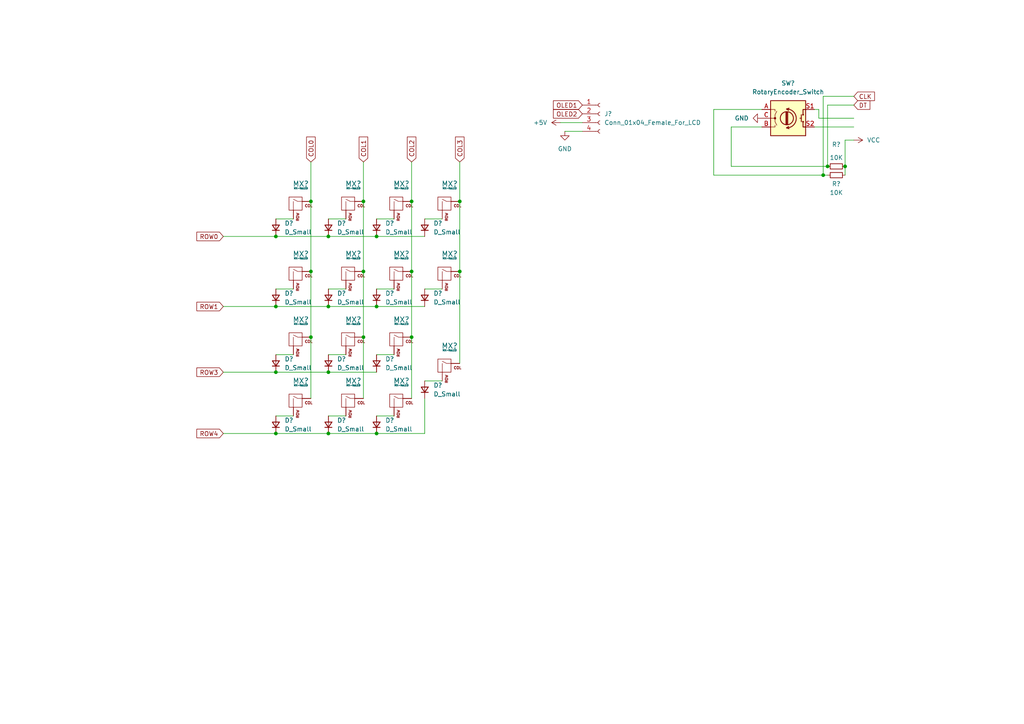
<source format=kicad_sch>
(kicad_sch (version 20211123) (generator eeschema)
  (paper "A4")
  (title_block (title "Swithc Layout With LCD & Pot V3") (rev "Rev 3") (company "MIT Liscence"))
  (lib_symbols
    (symbol "Connector:Conn_01x04_Female" (pin_names (offset 1.016) hide)
      (property "Reference" "J" (at 0 5.08 0))
      (property "Value" "Conn_01x04_Female" (at 0 -7.62 0))
      (symbol "Conn_01x04_Female_1_1"
        (arc (start 0 -4.572) (mid -0.508 -5.08) (end 0 -5.588) (stroke (width 0.1524)))
        (arc (start 0 -2.032) (mid -0.508 -2.54) (end 0 -3.048) (stroke (width 0.1524)))
        (polyline (pts (xy -1.27 -5.08) (xy -0.508 -5.08)) (stroke (width 0.1524)))
        (polyline (pts (xy -1.27 -2.54) (xy -0.508 -2.54)) (stroke (width 0.1524)))
        (polyline (pts (xy -1.27 0) (xy -0.508 0)) (stroke (width 0.1524)))
        (polyline (pts (xy -1.27 2.54) (xy -0.508 2.54)) (stroke (width 0.1524)))
        (arc (start 0 0.508) (mid -0.508 0) (end 0 -0.508) (stroke (width 0.1524)))
        (arc (start 0 3.048) (mid -0.508 2.54) (end 0 2.032) (stroke (width 0.1524)))
        (pin passive line (at -5.08 2.54 0) (length 3.81) (name "Pin_1") (number "1"))
        (pin passive line (at -5.08 0 0) (length 3.81) (name "Pin_2") (number "2"))
        (pin passive line (at -5.08 -2.54 0) (length 3.81) (name "Pin_3") (number "3"))
        (pin passive line (at -5.08 -5.08 0) (length 3.81) (name "Pin_4") (number "4"))
      )
    )
    (symbol "Device:D_Small" (pin_numbers hide) (pin_names (offset 0.254) hide)
      (property "Reference" "D" (at -1.27 2.032 0))
      (property "Value" "D_Small" (at -3.81 -2.032 0))
      (symbol "D_Small_0_1"
        (polyline (pts (xy -0.762 -1.016) (xy -0.762 1.016)) (stroke (width 0.254)))
        (polyline (pts (xy -0.762 0) (xy 0.762 0)))
        (polyline (pts (xy 0.762 -1.016) (xy -0.762 0) (xy 0.762 1.016) (xy 0.762 -1.016)) (stroke (width 0.254)))
      )
      (symbol "D_Small_1_1"
        (pin passive line (at -2.54 0 0) (length 1.778) (name "K") (number "1"))
        (pin passive line (at 2.54 0 180) (length 1.778) (name "A") (number "2"))
      )
    )
    (symbol "Device:R_Small" (pin_numbers hide) (pin_names (offset 0.254) hide)
      (property "Reference" "R" (at 0.762 0.508 0))
      (property "Value" "R_Small" (at 0.762 -1.016 0))
      (symbol "R_Small_0_1"
        (rectangle (start -0.762 1.778) (end 0.762 -1.778) (stroke (width 0.2032)))
      )
      (symbol "R_Small_1_1"
        (pin passive line (at 0 2.54 270) (length 0.762) (name "~") (number "1"))
        (pin passive line (at 0 -2.54 90) (length 0.762) (name "~") (number "2"))
      )
    )
    (symbol "Device:RotaryEncoder_Switch" (pin_names (offset 0.254) hide)
      (property "Reference" "SW" (at 0 6.604 0))
      (property "Value" "RotaryEncoder_Switch" (at 0 -6.604 0))
      (symbol "RotaryEncoder_Switch_0_1"
        (rectangle (start -5.08 5.08) (end 5.08 -5.08) (stroke (width 0.254)) (fill (type background)))
        (circle (center -3.81 0) (radius 0.254) (fill (type outline)))
        (arc (start -0.381 -2.794) (mid 2.3622 -0.0508) (end -0.381 2.667) (stroke (width 0.254)))
        (circle (center -0.381 0) (radius 1.905) (stroke (width 0.254)))
        (polyline (pts (xy -0.635 -1.778) (xy -0.635 1.778)) (stroke (width 0.254)))
        (polyline (pts (xy -0.381 -1.778) (xy -0.381 1.778)) (stroke (width 0.254)))
        (polyline (pts (xy -0.127 1.778) (xy -0.127 -1.778)) (stroke (width 0.254)))
        (polyline (pts (xy 3.81 0) (xy 3.429 0)) (stroke (width 0.254)))
        (polyline (pts (xy 3.81 1.016) (xy 3.81 -1.016)) (stroke (width 0.254)))
        (polyline (pts (xy -5.08 -2.54) (xy -3.81 -2.54) (xy -3.81 -2.032)))
        (polyline (pts (xy -5.08 2.54) (xy -3.81 2.54) (xy -3.81 2.032)))
        (polyline (pts (xy 0.254 -3.048) (xy -0.508 -2.794) (xy 0.127 -2.413)) (stroke (width 0.254)))
        (polyline (pts (xy 0.254 2.921) (xy -0.508 2.667) (xy 0.127 2.286)) (stroke (width 0.254)))
        (polyline (pts (xy 5.08 -2.54) (xy 4.318 -2.54) (xy 4.318 -1.016)) (stroke (width 0.254)))
        (polyline (pts (xy 5.08 2.54) (xy 4.318 2.54) (xy 4.318 1.016)) (stroke (width 0.254)))
        (polyline (pts (xy -5.08 0) (xy -3.81 0) (xy -3.81 -1.016) (xy -3.302 -2.032)))
        (polyline (pts (xy -4.318 0) (xy -3.81 0) (xy -3.81 1.016) (xy -3.302 2.032)))
        (circle (center 4.318 -1.016) (radius 0.127) (stroke (width 0.254)))
        (circle (center 4.318 1.016) (radius 0.127) (stroke (width 0.254)))
      )
      (symbol "RotaryEncoder_Switch_1_1"
        (pin passive line (at -7.62 2.54 0) (length 2.54) (name "A") (number "A"))
        (pin passive line (at -7.62 -2.54 0) (length 2.54) (name "B") (number "B"))
        (pin passive line (at -7.62 0 0) (length 2.54) (name "C") (number "C"))
        (pin passive line (at 7.62 2.54 180) (length 2.54) (name "S1") (number "S1"))
        (pin passive line (at 7.62 -2.54 180) (length 2.54) (name "S2") (number "S2"))
      )
    )
    (symbol "MX_Alps_Hybrid:MX-NoLED" (pin_names (offset 1.016))
      (property "Reference" "MX" (at -0.635 3.81 0))
      (property "Value" "MX-NoLED" (at -0.635 1.27 0))
      (symbol "MX-NoLED_0_0"
        (rectangle (start -2.54 2.54) (end 1.27 -1.27))
        (polyline (pts (xy -1.27 -1.27) (xy -1.27 1.27)) (stroke (width 0.127)))
        (polyline (pts (xy 1.27 1.27) (xy 0 1.27) (xy -1.27 1.905)) (stroke (width 0.127)))
        (text "COL" (at 3.175 0 0) (effects (font (size 0.762 0.762))))
        (text "ROW" (at 0 -1.905 900) (effects (font (size 0.762 0.762)) (justify right)))
      )
      (symbol "MX-NoLED_1_1"
        (pin passive line (at 3.81 1.27 180) (length 2.54) (name "COL") (number "1"))
        (pin passive line (at -1.27 -3.81 90) (length 2.54) (name "ROW") (number "2"))
      )
    )
    (symbol "power:+5V" (power) (pin_names (offset 0))
      (property "Value" "+5V" (at 0 3.556 0))
      (symbol "+5V_0_1"
        (polyline (pts (xy -0.762 1.27) (xy 0 2.54)))
        (polyline (pts (xy 0 0) (xy 0 2.54)))
        (polyline (pts (xy 0 2.54) (xy 0.762 1.27)))
      )
      (symbol "+5V_1_1"
        (pin power_in line (at 0 0 90) (length 0) hide (name "+5V") (number "1"))
      )
    )
    (symbol "power:GND" (power) (pin_names (offset 0))
      (property "Value" "GND" (at 0 -3.81 0))
      (symbol "GND_0_1"
        (polyline (pts (xy 0 0) (xy 0 -1.27) (xy 1.27 -1.27) (xy 0 -2.54) (xy -1.27 -1.27) (xy 0 -1.27)))
      )
      (symbol "GND_1_1"
        (pin power_in line (at 0 0 270) (length 0) hide (name "GND") (number "1"))
      )
    )
    (symbol "power:VCC" (power) (pin_names (offset 0))
      (property "Value" "VCC" (at 0 3.81 0))
      (symbol "VCC_0_1"
        (polyline (pts (xy -0.762 1.27) (xy 0 2.54)))
        (polyline (pts (xy 0 0) (xy 0 2.54)))
        (polyline (pts (xy 0 2.54) (xy 0.762 1.27)))
      )
      (symbol "VCC_1_1"
        (pin power_in line (at 0 0 90) (length 0) hide (name "VCC") (number "1"))
      )
    )
  )
  (junction (at 109.22 125.73))
  (junction (at 105.41 78.74))
  (junction (at 245.11 48.26))
  (junction (at 119.38 97.79))
  (junction (at 95.25 107.95))
  (junction (at 105.41 58.42))
  (junction (at 80.01 88.9))
  (junction (at 133.35 58.42))
  (junction (at 109.22 88.9))
  (junction (at 90.17 97.79))
  (junction (at 238.76 50.8))
  (junction (at 80.01 68.58))
  (junction (at 95.25 68.58))
  (junction (at 95.25 88.9))
  (junction (at 90.17 58.42))
  (junction (at 240.03 48.26))
  (junction (at 109.22 68.58))
  (junction (at 90.17 78.74))
  (junction (at 119.38 58.42))
  (junction (at 80.01 125.73))
  (junction (at 105.41 97.79))
  (junction (at 119.38 78.74))
  (junction (at 80.01 107.95))
  (junction (at 95.25 125.73))
  (junction (at 133.35 78.74))
  (wire (pts (xy 90.17 78.74) (xy 90.17 97.79)))
  (wire (pts (xy 245.11 50.8) (xy 245.11 48.26)))
  (wire (pts (xy 133.35 46.99) (xy 133.35 58.42)))
  (wire (pts (xy 95.25 63.5) (xy 100.33 63.5)))
  (wire (pts (xy 162.56 35.56) (xy 168.91 35.56)))
  (wire (pts (xy 90.17 46.99) (xy 90.17 58.42)))
  (wire (pts (xy 245.11 40.64) (xy 247.65 40.64)))
  (wire (pts (xy 95.25 107.95) (xy 109.22 107.95)))
  (wire (pts (xy 163.83 38.1) (xy 168.91 38.1)))
  (wire (pts (xy 109.22 102.87) (xy 114.3 102.87)))
  (wire (pts (xy 238.76 50.8) (xy 240.03 50.8)))
  (wire (pts (xy 119.38 58.42) (xy 119.38 78.74)))
  (wire (pts (xy 133.35 58.42) (xy 133.35 78.74)))
  (wire (pts (xy 240.03 30.48) (xy 247.65 30.48)))
  (wire (pts (xy 238.76 27.94) (xy 247.65 27.94)))
  (wire (pts (xy 133.35 78.74) (xy 133.35 105.41)))
  (wire (pts (xy 80.01 102.87) (xy 85.09 102.87)))
  (wire (pts (xy 95.25 102.87) (xy 100.33 102.87)))
  (wire (pts (xy 245.11 48.26) (xy 245.11 40.64)))
  (wire (pts (xy 123.19 63.5) (xy 128.27 63.5)))
  (wire (pts (xy 237.49 31.75) (xy 237.49 34.29)))
  (wire (pts (xy 109.22 63.5) (xy 114.3 63.5)))
  (wire (pts (xy 119.38 97.79) (xy 119.38 115.57)))
  (wire (pts (xy 123.19 83.82) (xy 128.27 83.82)))
  (wire (pts (xy 212.09 48.26) (xy 240.03 48.26)))
  (wire (pts (xy 80.01 83.82) (xy 85.09 83.82)))
  (wire (pts (xy 207.01 50.8) (xy 238.76 50.8)))
  (wire (pts (xy 237.49 34.29) (xy 247.65 34.29)))
  (wire (pts (xy 95.25 125.73) (xy 109.22 125.73)))
  (wire (pts (xy 90.17 58.42) (xy 90.17 78.74)))
  (wire (pts (xy 64.77 68.58) (xy 80.01 68.58)))
  (wire (pts (xy 64.77 125.73) (xy 80.01 125.73)))
  (wire (pts (xy 236.22 31.75) (xy 237.49 31.75)))
  (wire (pts (xy 240.03 48.26) (xy 240.03 30.48)))
  (wire (pts (xy 220.98 31.75) (xy 207.01 31.75)))
  (wire (pts (xy 119.38 46.99) (xy 119.38 58.42)))
  (wire (pts (xy 109.22 120.65) (xy 114.3 120.65)))
  (wire (pts (xy 80.01 125.73) (xy 95.25 125.73)))
  (wire (pts (xy 207.01 31.75) (xy 207.01 50.8)))
  (wire (pts (xy 80.01 88.9) (xy 95.25 88.9)))
  (wire (pts (xy 80.01 107.95) (xy 95.25 107.95)))
  (wire (pts (xy 105.41 46.99) (xy 105.41 58.42)))
  (wire (pts (xy 95.25 83.82) (xy 100.33 83.82)))
  (wire (pts (xy 212.09 36.83) (xy 212.09 48.26)))
  (wire (pts (xy 105.41 78.74) (xy 105.41 97.79)))
  (wire (pts (xy 105.41 58.42) (xy 105.41 78.74)))
  (wire (pts (xy 64.77 107.95) (xy 80.01 107.95)))
  (wire (pts (xy 109.22 83.82) (xy 114.3 83.82)))
  (wire (pts (xy 123.19 125.73) (xy 123.19 115.57)))
  (wire (pts (xy 236.22 36.83) (xy 247.65 36.83)))
  (wire (pts (xy 95.25 120.65) (xy 100.33 120.65)))
  (wire (pts (xy 123.19 110.49) (xy 128.27 110.49)))
  (wire (pts (xy 90.17 97.79) (xy 90.17 115.57)))
  (wire (pts (xy 105.41 97.79) (xy 105.41 115.57)))
  (wire (pts (xy 80.01 120.65) (xy 85.09 120.65)))
  (wire (pts (xy 95.25 68.58) (xy 109.22 68.58)))
  (wire (pts (xy 109.22 68.58) (xy 123.19 68.58)))
  (wire (pts (xy 220.98 36.83) (xy 212.09 36.83)))
  (wire (pts (xy 109.22 125.73) (xy 123.19 125.73)))
  (wire (pts (xy 119.38 78.74) (xy 119.38 97.79)))
  (wire (pts (xy 64.77 88.9) (xy 80.01 88.9)))
  (wire (pts (xy 80.01 68.58) (xy 95.25 68.58)))
  (wire (pts (xy 80.01 63.5) (xy 85.09 63.5)))
  (wire (pts (xy 109.22 88.9) (xy 123.19 88.9)))
  (wire (pts (xy 238.76 50.8) (xy 238.76 27.94)))
  (wire (pts (xy 95.25 88.9) (xy 109.22 88.9)))
  (global_label "OLED1" (shape input) (at 168.91 30.48 180) (property "Intersheet References" "${INTERSHEET_REFS}" (effects hide)))
  (global_label "ROW4" (shape input) (at 64.77 125.73 180) (property "Intersheet References" "${INTERSHEET_REFS}" (effects hide)))
  (global_label "COL3" (shape input) (at 133.35 46.99 90) (property "Intersheet References" "${INTERSHEET_REFS}" (effects hide)))
  (global_label "COL1" (shape input) (at 105.41 46.99 90) (property "Intersheet References" "${INTERSHEET_REFS}" (effects hide)))
  (global_label "COL0" (shape input) (at 90.17 46.99 90) (property "Intersheet References" "${INTERSHEET_REFS}" (effects hide)))
  (global_label "DT" (shape input) (at 247.65 30.48 0) (property "Intersheet References" "${INTERSHEET_REFS}" (effects hide)))
  (global_label "OLED2" (shape input) (at 168.91 33.02 180) (property "Intersheet References" "${INTERSHEET_REFS}" (effects hide)))
  (global_label "ROW1" (shape input) (at 64.77 88.9 180) (property "Intersheet References" "${INTERSHEET_REFS}" (effects hide)))
  (global_label "COL2" (shape input) (at 119.38 46.99 90) (property "Intersheet References" "${INTERSHEET_REFS}" (effects hide)))
  (global_label "ROW3" (shape input) (at 64.77 107.95 180) (property "Intersheet References" "${INTERSHEET_REFS}" (effects hide)))
  (global_label "ROW0" (shape input) (at 64.77 68.58 180) (property "Intersheet References" "${INTERSHEET_REFS}" (effects hide)))
  (global_label "CLK" (shape input) (at 247.65 27.94 0) (property "Intersheet References" "${INTERSHEET_REFS}" (effects hide)))
  (symbol (lib_id "MX_Alps_Hybrid:MX-NoLED") (at 115.57 80.01 0) (unit 1)
    (property "Reference" "MX?" (at 116.4556 73.66 0) (effects (font (size 1.524 1.524))))
    (property "Value" "MX-NoLED" (at 116.4556 74.93 0) (effects (font (size 0.508 0.508))))
  )
  (symbol (lib_id "Device:D_Small") (at 109.22 105.41 90) (unit 1)
    (property "Reference" "D?" (at 111.76 104.1399 90) (effects (justify right)))
    (property "Value" "D_Small" (at 111.76 106.6799 90) (effects (justify right)))
  )
  (symbol (lib_id "Device:RotaryEncoder_Switch") (at 228.6 34.29 0) (unit 1)
    (property "Reference" "SW?" (at 228.6 24.13 0))
    (property "Value" "RotaryEncoder_Switch" (at 228.6 26.67 0))
  )
  (symbol (lib_id "MX_Alps_Hybrid:MX-NoLED") (at 101.6 59.69 0) (unit 1)
    (property "Reference" "MX?" (at 102.4856 53.34 0) (effects (font (size 1.524 1.524))))
    (property "Value" "MX-NoLED" (at 102.4856 54.61 0) (effects (font (size 0.508 0.508))))
  )
  (symbol (lib_id "MX_Alps_Hybrid:MX-NoLED") (at 86.36 59.69 0) (unit 1)
    (property "Reference" "MX?" (at 87.2456 53.34 0) (effects (font (size 1.524 1.524))))
    (property "Value" "MX-NoLED" (at 87.2456 54.61 0) (effects (font (size 0.508 0.508))))
  )
  (symbol (lib_id "MX_Alps_Hybrid:MX-NoLED") (at 101.6 99.06 0) (unit 1)
    (property "Reference" "MX?" (at 102.4856 92.71 0) (effects (font (size 1.524 1.524))))
    (property "Value" "MX-NoLED" (at 102.4856 93.98 0) (effects (font (size 0.508 0.508))))
  )
  (symbol (lib_id "power:+5V") (at 162.56 35.56 90) (unit 1)
    (property "Reference" "#PWR?" (effects hide))
    (property "Value" "+5V" (at 158.75 35.5599 90) (effects (justify left)))
  )
  (symbol (lib_id "MX_Alps_Hybrid:MX-NoLED") (at 101.6 80.01 0) (unit 1)
    (property "Reference" "MX?" (at 102.4856 73.66 0) (effects (font (size 1.524 1.524))))
    (property "Value" "MX-NoLED" (at 102.4856 74.93 0) (effects (font (size 0.508 0.508))))
  )
  (symbol (lib_id "MX_Alps_Hybrid:MX-NoLED") (at 129.54 59.69 0) (unit 1)
    (property "Reference" "MX?" (at 130.4256 53.34 0) (effects (font (size 1.524 1.524))))
    (property "Value" "MX-NoLED" (at 130.4256 54.61 0) (effects (font (size 0.508 0.508))))
  )
  (symbol (lib_id "MX_Alps_Hybrid:MX-NoLED") (at 129.54 80.01 0) (unit 1)
    (property "Reference" "MX?" (at 130.4256 73.66 0) (effects (font (size 1.524 1.524))))
    (property "Value" "MX-NoLED" (at 130.4256 74.93 0) (effects (font (size 0.508 0.508))))
  )
  (symbol (lib_id "MX_Alps_Hybrid:MX-NoLED") (at 86.36 99.06 0) (unit 1)
    (property "Reference" "MX?" (at 87.2456 92.71 0) (effects (font (size 1.524 1.524))))
    (property "Value" "MX-NoLED" (at 87.2456 93.98 0) (effects (font (size 0.508 0.508))))
  )
  (symbol (lib_id "power:GND") (at 163.83 38.1 0) (unit 1)
    (property "Reference" "#PWR?" (effects hide))
    (property "Value" "GND" (at 163.83 43.18 0))
  )
  (symbol (lib_id "Device:D_Small") (at 95.25 123.19 90) (unit 1)
    (property "Reference" "D?" (at 97.79 121.9199 90) (effects (justify right)))
    (property "Value" "D_Small" (at 97.79 124.4599 90) (effects (justify right)))
  )
  (symbol (lib_id "Device:D_Small") (at 95.25 86.36 90) (unit 1)
    (property "Reference" "D?" (at 97.79 85.0899 90) (effects (justify right)))
    (property "Value" "D_Small" (at 97.79 87.6299 90) (effects (justify right)))
  )
  (symbol (lib_id "Device:D_Small") (at 109.22 66.04 90) (unit 1)
    (property "Reference" "D?" (at 111.76 64.7699 90) (effects (justify right)))
    (property "Value" "D_Small" (at 111.76 67.3099 90) (effects (justify right)))
  )
  (symbol (lib_id "MX_Alps_Hybrid:MX-NoLED") (at 115.57 99.06 0) (unit 1)
    (property "Reference" "MX?" (at 116.4556 92.71 0) (effects (font (size 1.524 1.524))))
    (property "Value" "MX-NoLED" (at 116.4556 93.98 0) (effects (font (size 0.508 0.508))))
  )
  (symbol (lib_id "Device:D_Small") (at 123.19 113.03 90) (unit 1)
    (property "Reference" "D?" (at 125.73 111.7599 90) (effects (justify right)))
    (property "Value" "D_Small" (at 125.73 114.2999 90) (effects (justify right)))
  )
  (symbol (lib_id "Device:D_Small") (at 80.01 86.36 90) (unit 1)
    (property "Reference" "D?" (at 82.55 85.0899 90) (effects (justify right)))
    (property "Value" "D_Small" (at 82.55 87.6299 90) (effects (justify right)))
  )
  (symbol (lib_id "Device:D_Small") (at 80.01 66.04 90) (unit 1)
    (property "Reference" "D?" (at 82.55 64.7699 90) (effects (justify right)))
    (property "Value" "D_Small" (at 82.55 67.3099 90) (effects (justify right)))
  )
  (symbol (lib_id "MX_Alps_Hybrid:MX-NoLED") (at 86.36 80.01 0) (unit 1)
    (property "Reference" "MX?" (at 87.2456 73.66 0) (effects (font (size 1.524 1.524))))
    (property "Value" "MX-NoLED" (at 87.2456 74.93 0) (effects (font (size 0.508 0.508))))
  )
  (symbol (lib_id "power:VCC") (at 247.65 40.64 270) (unit 1)
    (property "Reference" "#PWR?" (effects hide))
    (property "Value" "VCC" (at 251.46 40.6399 90) (effects (justify left)))
  )
  (symbol (lib_id "Device:D_Small") (at 123.19 66.04 90) (unit 1)
    (property "Reference" "D?" (at 125.73 64.7699 90) (effects (justify right)))
    (property "Value" "D_Small" (at 125.73 67.3099 90) (effects (justify right)))
  )
  (symbol (lib_id "Device:D_Small") (at 80.01 123.19 90) (unit 1)
    (property "Reference" "D?" (at 82.55 121.9199 90) (effects (justify right)))
    (property "Value" "D_Small" (at 82.55 124.4599 90) (effects (justify right)))
  )
  (symbol (lib_id "Connector:Conn_01x04_Female") (at 173.99 33.02 0) (unit 1)
    (property "Reference" "J?" (at 175.26 33.0199 0) (effects (justify left)))
    (property "Value" "Conn_01x04_Female_For_LCD" (at 175.26 35.5599 0) (effects (justify left)))
  )
  (symbol (lib_id "MX_Alps_Hybrid:MX-NoLED") (at 115.57 116.84 0) (unit 1)
    (property "Reference" "MX?" (at 116.4556 110.49 0) (effects (font (size 1.524 1.524))))
    (property "Value" "MX-NoLED" (at 116.4556 111.76 0) (effects (font (size 0.508 0.508))))
  )
  (symbol (lib_id "MX_Alps_Hybrid:MX-NoLED") (at 129.54 106.68 0) (unit 1)
    (property "Reference" "MX?" (at 130.4256 100.33 0) (effects (font (size 1.524 1.524))))
    (property "Value" "MX-NoLED" (at 130.4256 101.6 0) (effects (font (size 0.508 0.508))))
  )
  (symbol (lib_id "Device:D_Small") (at 80.01 105.41 90) (unit 1)
    (property "Reference" "D?" (at 82.55 104.1399 90) (effects (justify right)))
    (property "Value" "D_Small" (at 82.55 106.6799 90) (effects (justify right)))
  )
  (symbol (lib_id "MX_Alps_Hybrid:MX-NoLED") (at 101.6 116.84 0) (unit 1)
    (property "Reference" "MX?" (at 102.4856 110.49 0) (effects (font (size 1.524 1.524))))
    (property "Value" "MX-NoLED" (at 102.4856 111.76 0) (effects (font (size 0.508 0.508))))
  )
  (symbol (lib_id "Device:D_Small") (at 95.25 105.41 90) (unit 1)
    (property "Reference" "D?" (at 97.79 104.1399 90) (effects (justify right)))
    (property "Value" "D_Small" (at 97.79 106.6799 90) (effects (justify right)))
  )
  (symbol (lib_id "Device:D_Small") (at 123.19 86.36 90) (unit 1)
    (property "Reference" "D?" (at 125.73 85.0899 90) (effects (justify right)))
    (property "Value" "D_Small" (at 125.73 87.6299 90) (effects (justify right)))
  )
  (symbol (lib_id "MX_Alps_Hybrid:MX-NoLED") (at 115.57 59.69 0) (unit 1)
    (property "Reference" "MX?" (at 116.4556 53.34 0) (effects (font (size 1.524 1.524))))
    (property "Value" "MX-NoLED" (at 116.4556 54.61 0) (effects (font (size 0.508 0.508))))
  )
  (symbol (lib_id "Device:D_Small") (at 109.22 123.19 90) (unit 1)
    (property "Reference" "D?" (at 111.76 121.9199 90) (effects (justify right)))
    (property "Value" "D_Small" (at 111.76 124.4599 90) (effects (justify right)))
  )
  (symbol (lib_id "Device:D_Small") (at 109.22 86.36 90) (unit 1)
    (property "Reference" "D?" (at 111.76 85.0899 90) (effects (justify right)))
    (property "Value" "D_Small" (at 111.76 87.6299 90) (effects (justify right)))
  )
  (symbol (lib_id "power:GND") (at 220.98 34.29 270) (unit 1)
    (property "Reference" "#PWR?" (effects hide))
    (property "Value" "GND" (at 217.17 34.2899 90) (effects (justify right)))
  )
  (symbol (lib_id "MX_Alps_Hybrid:MX-NoLED") (at 86.36 116.84 0) (unit 1)
    (property "Reference" "MX?" (at 87.2456 110.49 0) (effects (font (size 1.524 1.524))))
    (property "Value" "MX-NoLED" (at 87.2456 111.76 0) (effects (font (size 0.508 0.508))))
  )
  (symbol (lib_id "Device:R_Small") (at 242.57 48.26 90) (unit 1)
    (property "Reference" "R?" (at 242.57 41.91 90))
    (property "Value" "10K" (at 242.57 45.72 90))
  )
  (symbol (lib_id "Device:R_Small") (at 242.57 50.8 90) (unit 1)
    (property "Reference" "R?" (at 242.57 53.34 90))
    (property "Value" "10K" (at 242.57 55.88 90))
  )
  (symbol (lib_id "Device:D_Small") (at 95.25 66.04 90) (unit 1)
    (property "Reference" "D?" (at 97.79 64.7699 90) (effects (justify right)))
    (property "Value" "D_Small" (at 97.79 67.3099 90) (effects (justify right)))
  )
)
</source>
